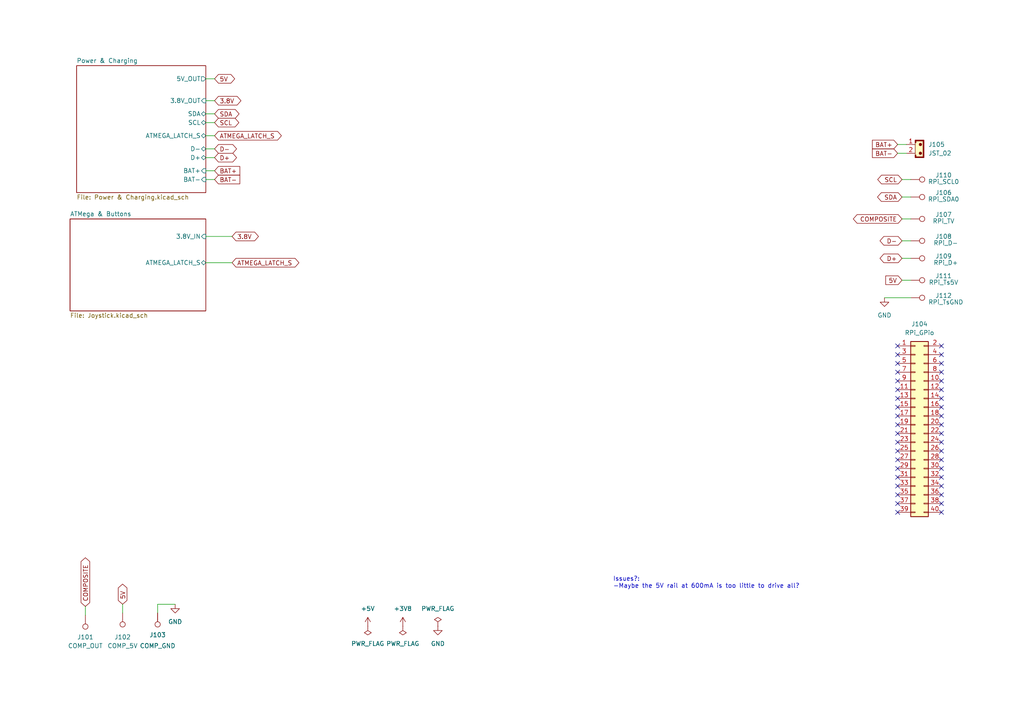
<source format=kicad_sch>
(kicad_sch (version 20230121) (generator eeschema)
  (paper "A4")
  (title_block (title "Power Circuit") (date "2023-06-06") (rev "0.1"))
  (lib_symbols
    (symbol "Connector:TestPoint" (pin_numbers hide) (pin_names (offset 0.762) hide)
      (property "Reference" "TP" (at 0 6.858 0))
      (property "Value" "TestPoint" (at 0 5.08 0))
      (symbol "TestPoint_0_1"
        (circle (center 0 3.302) (radius 0.762))
      )
      (symbol "TestPoint_1_1"
        (pin passive line (at 0 0 90) (length 2.54) (name "1") (number "1"))
      )
    )
    (symbol "Connector_Generic:Conn_02x20_Odd_Even" (pin_names (offset 1.016) hide)
      (property "Reference" "J" (at 1.27 25.4 0))
      (property "Value" "Conn_02x20_Odd_Even" (at 1.27 -27.94 0))
      (symbol "Conn_02x20_Odd_Even_1_1"
        (rectangle (start -1.27 -25.273) (end 0 -25.527) (stroke (width 0.1524)))
        (rectangle (start -1.27 -22.733) (end 0 -22.987) (stroke (width 0.1524)))
        (rectangle (start -1.27 -20.193) (end 0 -20.447) (stroke (width 0.1524)))
        (rectangle (start -1.27 -17.653) (end 0 -17.907) (stroke (width 0.1524)))
        (rectangle (start -1.27 -15.113) (end 0 -15.367) (stroke (width 0.1524)))
        (rectangle (start -1.27 -12.573) (end 0 -12.827) (stroke (width 0.1524)))
        (rectangle (start -1.27 -10.033) (end 0 -10.287) (stroke (width 0.1524)))
        (rectangle (start -1.27 -7.493) (end 0 -7.747) (stroke (width 0.1524)))
        (rectangle (start -1.27 -4.953) (end 0 -5.207) (stroke (width 0.1524)))
        (rectangle (start -1.27 -2.413) (end 0 -2.667) (stroke (width 0.1524)))
        (rectangle (start -1.27 0.127) (end 0 -0.127) (stroke (width 0.1524)))
        (rectangle (start -1.27 2.667) (end 0 2.413) (stroke (width 0.1524)))
        (rectangle (start -1.27 5.207) (end 0 4.953) (stroke (width 0.1524)))
        (rectangle (start -1.27 7.747) (end 0 7.493) (stroke (width 0.1524)))
        (rectangle (start -1.27 10.287) (end 0 10.033) (stroke (width 0.1524)))
        (rectangle (start -1.27 12.827) (end 0 12.573) (stroke (width 0.1524)))
        (rectangle (start -1.27 15.367) (end 0 15.113) (stroke (width 0.1524)))
        (rectangle (start -1.27 17.907) (end 0 17.653) (stroke (width 0.1524)))
        (rectangle (start -1.27 20.447) (end 0 20.193) (stroke (width 0.1524)))
        (rectangle (start -1.27 22.987) (end 0 22.733) (stroke (width 0.1524)))
        (rectangle (start -1.27 24.13) (end 3.81 -26.67) (stroke (width 0.254)) (fill (type background)))
        (rectangle (start 3.81 -25.273) (end 2.54 -25.527) (stroke (width 0.1524)))
        (rectangle (start 3.81 -22.733) (end 2.54 -22.987) (stroke (width 0.1524)))
        (rectangle (start 3.81 -20.193) (end 2.54 -20.447) (stroke (width 0.1524)))
        (rectangle (start 3.81 -17.653) (end 2.54 -17.907) (stroke (width 0.1524)))
        (rectangle (start 3.81 -15.113) (end 2.54 -15.367) (stroke (width 0.1524)))
        (rectangle (start 3.81 -12.573) (end 2.54 -12.827) (stroke (width 0.1524)))
        (rectangle (start 3.81 -10.033) (end 2.54 -10.287) (stroke (width 0.1524)))
        (rectangle (start 3.81 -7.493) (end 2.54 -7.747) (stroke (width 0.1524)))
        (rectangle (start 3.81 -4.953) (end 2.54 -5.207) (stroke (width 0.1524)))
        (rectangle (start 3.81 -2.413) (end 2.54 -2.667) (stroke (width 0.1524)))
        (rectangle (start 3.81 0.127) (end 2.54 -0.127) (stroke (width 0.1524)))
        (rectangle (start 3.81 2.667) (end 2.54 2.413) (stroke (width 0.1524)))
        (rectangle (start 3.81 5.207) (end 2.54 4.953) (stroke (width 0.1524)))
        (rectangle (start 3.81 7.747) (end 2.54 7.493) (stroke (width 0.1524)))
        (rectangle (start 3.81 10.287) (end 2.54 10.033) (stroke (width 0.1524)))
        (rectangle (start 3.81 12.827) (end 2.54 12.573) (stroke (width 0.1524)))
        (rectangle (start 3.81 15.367) (end 2.54 15.113) (stroke (width 0.1524)))
        (rectangle (start 3.81 17.907) (end 2.54 17.653) (stroke (width 0.1524)))
        (rectangle (start 3.81 20.447) (end 2.54 20.193) (stroke (width 0.1524)))
        (rectangle (start 3.81 22.987) (end 2.54 22.733) (stroke (width 0.1524)))
        (pin passive line (at -5.08 22.86 0) (length 3.81) (name "Pin_1") (number "1"))
        (pin passive line (at 7.62 12.7 180) (length 3.81) (name "Pin_10") (number "10"))
        (pin passive line (at -5.08 10.16 0) (length 3.81) (name "Pin_11") (number "11"))
        (pin passive line (at 7.62 10.16 180) (length 3.81) (name "Pin_12") (number "12"))
        (pin passive line (at -5.08 7.62 0) (length 3.81) (name "Pin_13") (number "13"))
        (pin passive line (at 7.62 7.62 180) (length 3.81) (name "Pin_14") (number "14"))
        (pin passive line (at -5.08 5.08 0) (length 3.81) (name "Pin_15") (number "15"))
        (pin passive line (at 7.62 5.08 180) (length 3.81) (name "Pin_16") (number "16"))
        (pin passive line (at -5.08 2.54 0) (length 3.81) (name "Pin_17") (number "17"))
        (pin passive line (at 7.62 2.54 180) (length 3.81) (name "Pin_18") (number "18"))
        (pin passive line (at -5.08 0 0) (length 3.81) (name "Pin_19") (number "19"))
        (pin passive line (at 7.62 22.86 180) (length 3.81) (name "Pin_2") (number "2"))
        (pin passive line (at 7.62 0 180) (length 3.81) (name "Pin_20") (number "20"))
        (pin passive line (at -5.08 -2.54 0) (length 3.81) (name "Pin_21") (number "21"))
        (pin passive line (at 7.62 -2.54 180) (length 3.81) (name "Pin_22") (number "22"))
        (pin passive line (at -5.08 -5.08 0) (length 3.81) (name "Pin_23") (number "23"))
        (pin passive line (at 7.62 -5.08 180) (length 3.81) (name "Pin_24") (number "24"))
        (pin passive line (at -5.08 -7.62 0) (length 3.81) (name "Pin_25") (number "25"))
        (pin passive line (at 7.62 -7.62 180) (length 3.81) (name "Pin_26") (number "26"))
        (pin passive line (at -5.08 -10.16 0) (length 3.81) (name "Pin_27") (number "27"))
        (pin passive line (at 7.62 -10.16 180) (length 3.81) (name "Pin_28") (number "28"))
        (pin passive line (at -5.08 -12.7 0) (length 3.81) (name "Pin_29") (number "29"))
        (pin passive line (at -5.08 20.32 0) (length 3.81) (name "Pin_3") (number "3"))
        (pin passive line (at 7.62 -12.7 180) (length 3.81) (name "Pin_30") (number "30"))
        (pin passive line (at -5.08 -15.24 0) (length 3.81) (name "Pin_31") (number "31"))
        (pin passive line (at 7.62 -15.24 180) (length 3.81) (name "Pin_32") (number "32"))
        (pin passive line (at -5.08 -17.78 0) (length 3.81) (name "Pin_33") (number "33"))
        (pin passive line (at 7.62 -17.78 180) (length 3.81) (name "Pin_34") (number "34"))
        (pin passive line (at -5.08 -20.32 0) (length 3.81) (name "Pin_35") (number "35"))
        (pin passive line (at 7.62 -20.32 180) (length 3.81) (name "Pin_36") (number "36"))
        (pin passive line (at -5.08 -22.86 0) (length 3.81) (name "Pin_37") (number "37"))
        (pin passive line (at 7.62 -22.86 180) (length 3.81) (name "Pin_38") (number "38"))
        (pin passive line (at -5.08 -25.4 0) (length 3.81) (name "Pin_39") (number "39"))
        (pin passive line (at 7.62 20.32 180) (length 3.81) (name "Pin_4") (number "4"))
        (pin passive line (at 7.62 -25.4 180) (length 3.81) (name "Pin_40") (number "40"))
        (pin passive line (at -5.08 17.78 0) (length 3.81) (name "Pin_5") (number "5"))
        (pin passive line (at 7.62 17.78 180) (length 3.81) (name "Pin_6") (number "6"))
        (pin passive line (at -5.08 15.24 0) (length 3.81) (name "Pin_7") (number "7"))
        (pin passive line (at 7.62 15.24 180) (length 3.81) (name "Pin_8") (number "8"))
        (pin passive line (at -5.08 12.7 0) (length 3.81) (name "Pin_9") (number "9"))
      )
    )
    (symbol "PCM_SL_Connectors:JST_02"
      (property "Reference" "J" (at 0 7.62 0))
      (property "Value" "JST_02" (at 0 5.08 0))
      (symbol "JST_02_0_1"
        (rectangle (start -1.27 2.54) (end 1.27 -2.54) (fill (type background)))
        (polyline (pts (xy -1.27 -1.778) (xy -1.27 -2.54) (xy 1.27 -2.54) (xy 1.27 -1.778) (xy 1.016 -1.778) (xy 1.016 -2.286) (xy -1.016 -2.286) (xy -1.016 -1.778) (xy -1.27 -1.778)) (fill (type outline)))
        (polyline (pts (xy 1.27 1.778) (xy 1.27 2.54) (xy -1.27 2.54) (xy -1.27 1.778) (xy -1.016 1.778) (xy -1.016 2.286) (xy 1.016 2.286) (xy 1.016 1.778) (xy 1.27 1.778)) (fill (type outline)))
        (circle (center 0.254 -1.27) (radius 0.381) (fill (type outline)))
        (circle (center 0.254 1.27) (radius 0.381) (fill (type outline)))
        (rectangle (start 1.016 1.778) (end 1.27 -1.778) (fill (type outline)))
      )
      (symbol "JST_02_1_1"
        (pin passive line (at -3.81 1.27 0) (length 2.54) (name "") (number "1"))
        (pin passive line (at -3.81 -1.27 0) (length 2.54) (name "") (number "2"))
      )
    )
    (symbol "power:+3V8" (power) (pin_names (offset 0))
      (property "Value" "+3V8" (at 0 3.556 0))
      (symbol "+3V8_0_1"
        (polyline (pts (xy -0.762 1.27) (xy 0 2.54)))
        (polyline (pts (xy 0 0) (xy 0 2.54)))
        (polyline (pts (xy 0 2.54) (xy 0.762 1.27)))
      )
      (symbol "+3V8_1_1"
        (pin power_in line (at 0 0 90) (length 0) hide (name "+3V8") (number "1"))
      )
    )
    (symbol "power:+5V" (power) (pin_names (offset 0))
      (property "Value" "+5V" (at 0 3.556 0))
      (symbol "+5V_0_1"
        (polyline (pts (xy -0.762 1.27) (xy 0 2.54)))
        (polyline (pts (xy 0 0) (xy 0 2.54)))
        (polyline (pts (xy 0 2.54) (xy 0.762 1.27)))
      )
      (symbol "+5V_1_1"
        (pin power_in line (at 0 0 90) (length 0) hide (name "+5V") (number "1"))
      )
    )
    (symbol "power:GND" (power) (pin_names (offset 0))
      (property "Value" "GND" (at 0 -3.81 0))
      (symbol "GND_0_1"
        (polyline (pts (xy 0 0) (xy 0 -1.27) (xy 1.27 -1.27) (xy 0 -2.54) (xy -1.27 -1.27) (xy 0 -1.27)))
      )
      (symbol "GND_1_1"
        (pin power_in line (at 0 0 270) (length 0) hide (name "GND") (number "1"))
      )
    )
    (symbol "power:PWR_FLAG" (power) (pin_numbers hide) (pin_names (offset 0) hide)
      (property "Value" "PWR_FLAG" (at 0 3.81 0))
      (symbol "PWR_FLAG_0_0"
        (pin power_out line (at 0 0 90) (length 0) (name "pwr") (number "1"))
      )
      (symbol "PWR_FLAG_0_1"
        (polyline (pts (xy 0 0) (xy 0 1.27) (xy -1.016 1.905) (xy 0 2.54) (xy 1.016 1.905) (xy 0 1.27)))
      )
    )
  )
  (no_connect (at 273.05 138.43))
  (no_connect (at 260.35 128.27))
  (no_connect (at 273.05 128.27))
  (no_connect (at 273.05 123.19))
  (no_connect (at 273.05 130.81))
  (no_connect (at 260.35 107.95))
  (no_connect (at 260.35 135.89))
  (no_connect (at 273.05 135.89))
  (no_connect (at 260.35 125.73))
  (no_connect (at 273.05 115.57))
  (no_connect (at 273.05 110.49))
  (no_connect (at 260.35 138.43))
  (no_connect (at 260.35 130.81))
  (no_connect (at 260.35 118.11))
  (no_connect (at 273.05 118.11))
  (no_connect (at 273.05 125.73))
  (no_connect (at 273.05 100.33))
  (no_connect (at 273.05 143.51))
  (no_connect (at 260.35 110.49))
  (no_connect (at 260.35 146.05))
  (no_connect (at 260.35 113.03))
  (no_connect (at 260.35 143.51))
  (no_connect (at 260.35 140.97))
  (no_connect (at 273.05 133.35))
  (no_connect (at 273.05 113.03))
  (no_connect (at 260.35 120.65))
  (no_connect (at 260.35 100.33))
  (no_connect (at 260.35 123.19))
  (no_connect (at 273.05 146.05))
  (no_connect (at 260.35 133.35))
  (no_connect (at 273.05 120.65))
  (no_connect (at 260.35 102.87))
  (no_connect (at 273.05 140.97))
  (no_connect (at 260.35 115.57))
  (no_connect (at 273.05 105.41))
  (no_connect (at 260.35 105.41))
  (no_connect (at 273.05 107.95))
  (no_connect (at 260.35 148.59))
  (no_connect (at 273.05 148.59))
  (no_connect (at 273.05 102.87))
  (wire (pts (xy 264.16 57.15) (xy 261.62 57.15)))
  (wire (pts (xy 59.69 29.21) (xy 62.23 29.21)))
  (wire (pts (xy 59.69 35.56) (xy 62.23 35.56)))
  (wire (pts (xy 59.69 49.53) (xy 62.23 49.53)))
  (wire (pts (xy 24.765 175.895) (xy 24.765 178.435)))
  (wire (pts (xy 59.69 76.2) (xy 67.31 76.2)))
  (wire (pts (xy 59.69 43.18) (xy 62.23 43.18)))
  (wire (pts (xy 264.16 74.93) (xy 261.62 74.93)))
  (wire (pts (xy 59.69 39.37) (xy 62.23 39.37)))
  (wire (pts (xy 260.35 41.91) (xy 262.89 41.91)))
  (wire (pts (xy 45.72 175.26) (xy 50.8 175.26)))
  (wire (pts (xy 35.56 175.26) (xy 35.56 177.8)))
  (wire (pts (xy 256.54 86.36) (xy 264.16 86.36)))
  (wire (pts (xy 59.69 22.86) (xy 62.23 22.86)))
  (wire (pts (xy 59.69 52.07) (xy 62.23 52.07)))
  (wire (pts (xy 264.16 81.28) (xy 261.62 81.28)))
  (wire (pts (xy 264.16 69.85) (xy 261.62 69.85)))
  (wire (pts (xy 59.69 45.72) (xy 62.23 45.72)))
  (wire (pts (xy 45.72 175.26) (xy 45.72 177.8)))
  (wire (pts (xy 261.62 63.5) (xy 264.16 63.5)))
  (wire (pts (xy 264.16 52.07) (xy 261.62 52.07)))
  (wire (pts (xy 59.69 68.58) (xy 67.31 68.58)))
  (wire (pts (xy 262.89 44.45) (xy 260.35 44.45)))
  (wire (pts (xy 59.69 33.02) (xy 62.23 33.02)))
  (text "Issues?:\n-Maybe the 5V rail at 600mA is too little to drive all?\n" (at 177.8 170.815 0) (effects (font (size 1.27 1.27)) (justify left bottom)))
  (global_label "ATMEGA_LATCH_S" (shape bidirectional) (at 62.23 39.37 0) (property "Intersheetrefs" "${INTERSHEET_REFS}" (effects hide)))
  (global_label "ATMEGA_LATCH_S" (shape bidirectional) (at 67.31 76.2 0) (property "Intersheetrefs" "${INTERSHEET_REFS}" (effects hide)))
  (global_label "SCL" (shape bidirectional) (at 261.62 52.07 180) (property "Intersheetrefs" "${INTERSHEET_REFS}" (effects hide)))
  (global_label "BAT+" (shape input) (at 260.35 41.91 180) (property "Intersheetrefs" "${INTERSHEET_REFS}" (effects hide)))
  (global_label "5V" (shape bidirectional) (at 62.23 22.86 0) (property "Intersheetrefs" "${INTERSHEET_REFS}" (effects hide)))
  (global_label "SDA" (shape bidirectional) (at 261.62 57.15 180) (property "Intersheetrefs" "${INTERSHEET_REFS}" (effects hide)))
  (global_label "D+" (shape bidirectional) (at 62.23 45.72 0) (property "Intersheetrefs" "${INTERSHEET_REFS}" (effects hide)))
  (global_label "COMPOSITE" (shape bidirectional) (at 24.765 175.895 90) (property "Intersheetrefs" "${INTERSHEET_REFS}" (effects hide)))
  (global_label "5V" (shape bidirectional) (at 35.56 175.26 90) (property "Intersheetrefs" "${INTERSHEET_REFS}" (effects hide)))
  (global_label "BAT+" (shape input) (at 62.23 49.53 0) (property "Intersheetrefs" "${INTERSHEET_REFS}" (effects hide)))
  (global_label "SCL" (shape bidirectional) (at 62.23 35.56 0) (property "Intersheetrefs" "${INTERSHEET_REFS}" (effects hide)))
  (global_label "3.8V" (shape bidirectional) (at 67.31 68.58 0) (property "Intersheetrefs" "${INTERSHEET_REFS}" (effects hide)))
  (global_label "BAT-" (shape input) (at 62.23 52.07 0) (property "Intersheetrefs" "${INTERSHEET_REFS}" (effects hide)))
  (global_label "D-" (shape bidirectional) (at 62.23 43.18 0) (property "Intersheetrefs" "${INTERSHEET_REFS}" (effects hide)))
  (global_label "3.8V" (shape bidirectional) (at 62.23 29.21 0) (property "Intersheetrefs" "${INTERSHEET_REFS}" (effects hide)))
  (global_label "D+" (shape bidirectional) (at 261.62 74.93 180) (property "Intersheetrefs" "${INTERSHEET_REFS}" (effects hide)))
  (global_label "SDA" (shape bidirectional) (at 62.23 33.02 0) (property "Intersheetrefs" "${INTERSHEET_REFS}" (effects hide)))
  (global_label "BAT-" (shape input) (at 260.35 44.45 180) (property "Intersheetrefs" "${INTERSHEET_REFS}" (effects hide)))
  (global_label "D-" (shape bidirectional) (at 261.62 69.85 180) (property "Intersheetrefs" "${INTERSHEET_REFS}" (effects hide)))
  (global_label "5V" (shape input) (at 261.62 81.28 180) (property "Intersheetrefs" "${INTERSHEET_REFS}" (effects hide)))
  (global_label "COMPOSITE" (shape bidirectional) (at 261.62 63.5 180) (property "Intersheetrefs" "${INTERSHEET_REFS}" (effects hide)))
  (symbol (lib_id "power:GND") (at 127 181.61 0) (unit 1)
    (property "Reference" "#PWR0106" (effects hide))
    (property "Value" "GND" (at 127 186.69 0))
  )
  (symbol (lib_id "Connector:TestPoint") (at 45.72 177.8 180) (unit 1)
    (property "Reference" "J103" (at 45.72 184.15 0))
    (property "Value" "COMP_GND" (at 45.72 187.325 0))
    (property "Footprint" "TestPoint:TestPoint_Pad_1.5x1.5mm" (effects hide))
  )
  (symbol (lib_id "power:GND") (at 256.54 86.36 0) (mirror y) (unit 1)
    (property "Reference" "#PWR0102" (effects hide))
    (property "Value" "GND" (at 256.54 91.44 0))
  )
  (symbol (lib_id "Connector:TestPoint") (at 264.16 63.5 270) (unit 1)
    (property "Reference" "J107" (at 273.685 62.23 90))
    (property "Value" "RPi_TV" (at 273.685 64.135 90))
    (property "Footprint" "TestPoint:TestPoint_Pad_1.5x1.5mm" (effects hide))
  )
  (symbol (lib_id "power:PWR_FLAG") (at 106.68 181.61 180) (unit 1)
    (property "Reference" "#FLG0102" (effects hide))
    (property "Value" "PWR_FLAG" (at 106.68 186.69 0))
  )
  (symbol (lib_id "power:+3V8") (at 116.84 181.61 0) (unit 1)
    (property "Reference" "#PWR0105" (effects hide))
    (property "Value" "+3V8" (at 116.84 176.53 0))
  )
  (symbol (lib_id "PCM_SL_Connectors:JST_02") (at 266.7 43.18 0) (unit 1)
    (property "Reference" "J105" (at 269.24 41.91 0) (effects (justify left)))
    (property "Value" "JST_02" (at 269.24 44.45 0) (effects (justify left)))
    (property "Footprint" "Connector_JST:JST_EH_B2B-EH-A_1x02_P2.50mm_Vertical" (effects hide))
  )
  (symbol (lib_id "Connector_Generic:Conn_02x20_Odd_Even") (at 265.43 123.19 0) (unit 1)
    (property "Reference" "J104" (at 266.7 93.98 0))
    (property "Value" "RPi_GPio" (at 266.7 96.52 0))
    (property "Footprint" "Connector_PinHeader_2.00mm:PinHeader_2x20_P2.00mm_Vertical" (effects hide))
  )
  (symbol (lib_id "Connector:TestPoint") (at 264.16 74.93 270) (unit 1)
    (property "Reference" "J109" (at 273.685 74.295 90))
    (property "Value" "RPi_D+" (at 274.32 76.2 90))
    (property "Footprint" "TestPoint:TestPoint_Pad_1.5x1.5mm" (effects hide))
  )
  (symbol (lib_id "Connector:TestPoint") (at 264.16 81.28 270) (unit 1)
    (property "Reference" "J111" (at 273.685 80.01 90))
    (property "Value" "RPi_Ts5V" (at 273.685 81.915 90))
    (property "Footprint" "TestPoint:TestPoint_Pad_1.5x1.5mm" (effects hide))
  )
  (symbol (lib_id "Connector:TestPoint") (at 264.16 69.85 270) (unit 1)
    (property "Reference" "J108" (at 273.685 68.58 90))
    (property "Value" "RPi_D-" (at 274.32 70.485 90))
    (property "Footprint" "TestPoint:TestPoint_Pad_1.5x1.5mm" (effects hide))
  )
  (symbol (lib_id "power:PWR_FLAG") (at 116.84 181.61 180) (unit 1)
    (property "Reference" "#FLG0103" (effects hide))
    (property "Value" "PWR_FLAG" (at 116.84 186.69 0))
  )
  (symbol (lib_id "Connector:TestPoint") (at 264.16 57.15 270) (unit 1)
    (property "Reference" "J106" (at 273.685 55.88 90))
    (property "Value" "RPi_SDA0" (at 273.685 57.785 90))
    (property "Footprint" "TestPoint:TestPoint_Pad_1.5x1.5mm" (effects hide))
  )
  (symbol (lib_id "Connector:TestPoint") (at 264.16 86.36 270) (unit 1)
    (property "Reference" "J112" (at 273.685 85.725 90))
    (property "Value" "RPi_TsGND" (at 274.32 87.63 90))
    (property "Footprint" "TestPoint:TestPoint_Pad_1.5x1.5mm" (effects hide))
  )
  (symbol (lib_id "Connector:TestPoint") (at 35.56 177.8 180) (unit 1)
    (property "Reference" "J102" (at 35.56 184.785 0))
    (property "Value" "COMP_5V" (at 35.56 187.325 0))
    (property "Footprint" "TestPoint:TestPoint_Pad_1.5x1.5mm" (effects hide))
  )
  (symbol (lib_id "power:+5V") (at 106.68 181.61 0) (unit 1)
    (property "Reference" "#PWR0104" (effects hide))
    (property "Value" "+5V" (at 106.68 176.53 0))
  )
  (symbol (lib_id "power:GND") (at 50.8 175.26 0) (unit 1)
    (property "Reference" "#PWR0101" (effects hide))
    (property "Value" "GND" (at 50.8 180.34 0))
  )
  (symbol (lib_id "power:PWR_FLAG") (at 127 181.61 0) (unit 1)
    (property "Reference" "#FLG0101" (effects hide))
    (property "Value" "PWR_FLAG" (at 127 176.53 0))
  )
  (symbol (lib_id "Connector:TestPoint") (at 264.16 52.07 270) (unit 1)
    (property "Reference" "J110" (at 273.685 50.8 90))
    (property "Value" "RPi_SCL0" (at 273.685 52.705 90))
    (property "Footprint" "TestPoint:TestPoint_Pad_1.5x1.5mm" (effects hide))
  )
  (symbol (lib_id "Connector:TestPoint") (at 24.765 178.435 180) (unit 1)
    (property "Reference" "J101" (at 24.765 184.785 0))
    (property "Value" "COMP_OUT" (at 24.765 187.325 0))
    (property "Footprint" "TestPoint:TestPoint_Pad_1.5x1.5mm" (effects hide))
  )
  (sheet (at 20.32 63.5) (size 39.37 26.67) (stroke (width 0.1524))
    (property "Sheetname" "ATMega & Buttons" (at 20.32 62.7884 0) (effects (justify left bottom)))
    (property "Sheetfile" "Joystick.kicad_sch" (at 20.32 90.7546 0) (effects (justify left top)))
    (pin "3.8V_IN" input (at 59.69 68.58 0))
    (pin "ATMEGA_LATCH_S" bidirectional (at 59.69 76.2 0))
  )
  (sheet (at 22.225 19.05) (size 37.465 36.83) (stroke (width 0.1524))
    (property "Sheetname" "Power & Charging" (at 22.225 18.3384 0) (effects (justify left bottom)))
    (property "Sheetfile" "Power & Charging.kicad_sch" (at 22.225 56.4646 0) (effects (justify left top)))
    (pin "5V_OUT" output (at 59.69 22.86 0))
    (pin "3.8V_OUT" input (at 59.69 29.21 0))
    (pin "SDA" bidirectional (at 59.69 33.02 0))
    (pin "SCL" bidirectional (at 59.69 35.56 0))
    (pin "ATMEGA_LATCH_S" bidirectional (at 59.69 39.37 0))
    (pin "D-" bidirectional (at 59.69 43.18 0))
    (pin "D+" bidirectional (at 59.69 45.72 0))
    (pin "BAT-" input (at 59.69 52.07 0))
    (pin "BAT+" input (at 59.69 49.53 0))
  )
)
</source>
